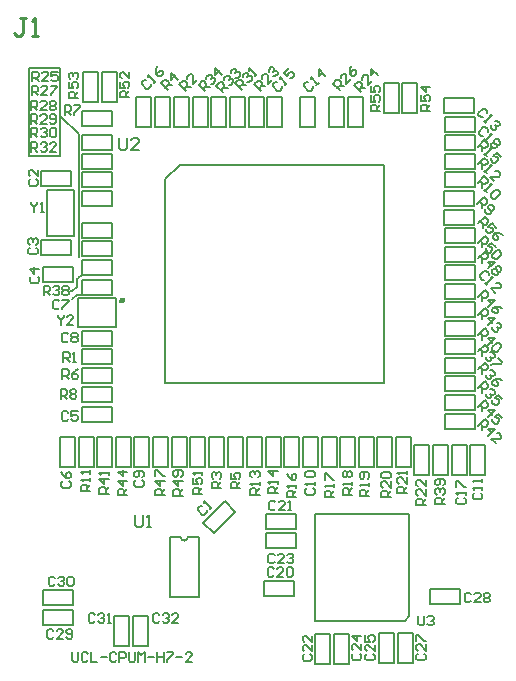
<source format=gto>
G04*
G04 #@! TF.GenerationSoftware,Altium Limited,Altium Designer,19.1.9 (167)*
G04*
G04 Layer_Color=65535*
%FSLAX44Y44*%
%MOMM*%
G71*
G01*
G75*
%ADD10C,0.5000*%
%ADD11C,0.2000*%
%ADD12C,0.2540*%
D10*
X88450Y319510D02*
G03*
X88450Y319510I-500J0D01*
G01*
D11*
X137677Y119350D02*
G03*
X144028Y119350I3175J0D01*
G01*
X331500Y52500D02*
Y138500D01*
X251500D02*
X331500D01*
X251500Y48500D02*
Y138500D01*
Y48500D02*
X327500D01*
X331500Y52500D01*
X210050Y110197D02*
Y122898D01*
Y110197D02*
X235450D01*
Y122898D01*
X210050D02*
X235450D01*
X36500Y475250D02*
X51500Y460250D01*
Y356000D02*
Y460250D01*
Y460000D02*
Y460250D01*
X9250Y441750D02*
Y442500D01*
Y441750D02*
X35750D01*
X9250Y442500D02*
Y516000D01*
X35750Y441750D02*
Y516000D01*
X9250D02*
X35750D01*
X51120Y296875D02*
X70062D01*
X63938D02*
X82870D01*
Y321375D01*
X51120D02*
X82870D01*
X51120Y296875D02*
Y321375D01*
X26800Y373700D02*
X47680D01*
Y413070D01*
X24820D02*
X47680D01*
X24820Y373700D02*
Y413070D01*
Y373700D02*
X26800D01*
X124850Y249350D02*
Y422050D01*
Y249350D02*
X309650D01*
Y434150D01*
X136950D02*
X309650D01*
X124850Y422050D02*
X136950Y434150D01*
X128702Y68550D02*
Y119350D01*
Y68550D02*
X153003D01*
Y119350D01*
X144028D02*
X153003D01*
X128702D02*
X137677D01*
X361050Y383805D02*
Y396505D01*
Y383805D02*
X386450D01*
Y396505D01*
X361050D02*
X386450D01*
X309900Y503200D02*
X322600D01*
X309900Y477800D02*
Y503200D01*
Y477800D02*
X322600D01*
Y503200D01*
X325602Y477800D02*
X338302D01*
Y503200D01*
X325602D02*
X338302D01*
X325602Y477800D02*
Y503200D01*
X55150Y513200D02*
X67850D01*
X55150Y487800D02*
Y513200D01*
Y487800D02*
X67850D01*
Y513200D01*
X70853Y487800D02*
X83553D01*
Y513200D01*
X70853D02*
X83553D01*
X70853Y487800D02*
Y513200D01*
X145853Y178550D02*
X158553D01*
Y203950D01*
X145853D02*
X158553D01*
X145853Y178550D02*
Y203950D01*
X361550Y368102D02*
Y380802D01*
Y368102D02*
X386950D01*
Y380802D01*
X361550D02*
X386950D01*
X130150Y178550D02*
X142850D01*
Y203950D01*
X130150D02*
X142850D01*
X130150Y178550D02*
Y203950D01*
X361550Y352400D02*
Y365100D01*
Y352400D02*
X386950D01*
Y365100D01*
X361550D02*
X386950D01*
X114447Y178550D02*
X127148D01*
Y203950D01*
X114447D02*
X127148D01*
X114447Y178550D02*
Y203950D01*
X361550Y320947D02*
Y333647D01*
Y320947D02*
X386950D01*
Y333647D01*
X361550D02*
X386950D01*
Y226732D02*
Y239432D01*
X361550D02*
X386950D01*
X361550Y226732D02*
Y239432D01*
Y226732D02*
X386950D01*
X83042Y178550D02*
X95742D01*
Y203950D01*
X83042D02*
X95742D01*
X83042Y178550D02*
Y203950D01*
X361550Y305245D02*
Y317945D01*
Y305245D02*
X386950D01*
Y317945D01*
X361550D02*
X386950D01*
Y211030D02*
Y223730D01*
X361550D02*
X386950D01*
X361550Y211030D02*
Y223730D01*
Y211030D02*
X386950D01*
X67340Y178550D02*
X80040D01*
Y203950D01*
X67340D02*
X80040D01*
X67340Y178550D02*
Y203950D01*
X361550Y289542D02*
Y302242D01*
Y289542D02*
X386950D01*
Y302242D01*
X361550D02*
X386950D01*
X351353Y172050D02*
X364053D01*
Y197450D01*
X351353D02*
X364053D01*
X351353Y172050D02*
Y197450D01*
X54050Y341102D02*
Y353802D01*
Y341102D02*
X79450D01*
Y353802D01*
X54050D02*
X79450D01*
X361550Y273840D02*
Y286540D01*
Y273840D02*
X386950D01*
Y286540D01*
X361550D02*
X386950D01*
X361550Y258137D02*
Y270837D01*
Y258137D02*
X386950D01*
Y270837D01*
X361550D02*
X386950D01*
X361550Y242435D02*
Y255135D01*
Y242435D02*
X386950D01*
Y255135D01*
X361550D02*
X386950D01*
X148150Y491950D02*
X160850D01*
X148150Y466550D02*
Y491950D01*
Y466550D02*
X160850D01*
Y491950D01*
X163853D02*
X176553D01*
X163853Y466550D02*
Y491950D01*
Y466550D02*
X176553D01*
Y491950D01*
X54050Y356805D02*
Y369505D01*
Y356805D02*
X79450D01*
Y369505D01*
X54050D02*
X79450D01*
X179650Y491950D02*
X192350D01*
X179650Y466550D02*
Y491950D01*
Y466550D02*
X192350D01*
Y491950D01*
X54050Y372508D02*
Y385208D01*
Y372508D02*
X79450D01*
Y385208D01*
X54050D02*
X79450D01*
X54050Y399150D02*
Y411850D01*
Y399150D02*
X79450D01*
Y411850D01*
X54050D02*
X79450D01*
X54050Y415400D02*
Y428100D01*
Y415400D02*
X79450D01*
Y428100D01*
X54050D02*
X79450D01*
X54050Y431150D02*
Y443850D01*
Y431150D02*
X79450D01*
Y443850D01*
X54050D02*
X79450D01*
X263400Y466550D02*
X276100D01*
Y491950D01*
X263400D02*
X276100D01*
X263400Y466550D02*
Y491950D01*
X54050Y447150D02*
Y459850D01*
Y447150D02*
X79450D01*
Y459850D01*
X54050D02*
X79450D01*
X279102Y466550D02*
X291803D01*
Y491950D01*
X279102D02*
X291803D01*
X279102Y466550D02*
Y491950D01*
X195352Y466550D02*
X208053D01*
Y491950D01*
X195352D02*
X208053D01*
X195352Y466550D02*
Y491950D01*
X335650Y172050D02*
X348350D01*
Y197450D01*
X335650D02*
X348350D01*
X335650Y172050D02*
Y197450D01*
X319947Y178550D02*
X332648D01*
Y203950D01*
X319947D02*
X332648D01*
X319947Y178550D02*
Y203950D01*
X304245Y178550D02*
X316945D01*
Y203950D01*
X304245D02*
X316945D01*
X304245Y178550D02*
Y203950D01*
X288542Y178550D02*
X301242D01*
Y203950D01*
X288542D02*
X301242D01*
X288542Y178550D02*
Y203950D01*
X272840Y178550D02*
X285540D01*
Y203950D01*
X272840D02*
X285540D01*
X272840Y178550D02*
Y203950D01*
X257137Y178550D02*
X269837D01*
Y203950D01*
X257137D02*
X269837D01*
X257137Y178550D02*
Y203950D01*
X225732Y178550D02*
X238432D01*
Y203950D01*
X225732D02*
X238432D01*
X225732Y178550D02*
Y203950D01*
X361300Y446615D02*
Y459315D01*
Y446615D02*
X386700D01*
Y459315D01*
X361300D02*
X386700D01*
X210030Y178550D02*
X222730D01*
Y203950D01*
X210030D02*
X222730D01*
X210030Y178550D02*
Y203950D01*
X194327Y178550D02*
X207027D01*
Y203950D01*
X194327D02*
X207027D01*
X194327Y178550D02*
Y203950D01*
X361300Y430913D02*
Y443613D01*
Y430913D02*
X386700D01*
Y443613D01*
X361300D02*
X386700D01*
X51637Y178550D02*
X64337D01*
Y203950D01*
X51637D02*
X64337D01*
X51637Y178550D02*
Y203950D01*
X361300Y415210D02*
Y427910D01*
Y415210D02*
X386700D01*
Y427910D01*
X361300D02*
X386700D01*
X361050Y399508D02*
Y412208D01*
Y399508D02*
X386450D01*
Y412208D01*
X361050D02*
X386450D01*
X79450Y233697D02*
Y246397D01*
X54050D02*
X79450D01*
X54050Y233697D02*
Y246397D01*
Y233697D02*
X79450D01*
X54050Y467103D02*
Y479803D01*
Y467103D02*
X79450D01*
Y479803D01*
X54050D02*
X79450D01*
Y249650D02*
Y262350D01*
X54050D02*
X79450D01*
X54050Y249650D02*
Y262350D01*
Y249650D02*
X79450D01*
X177900Y203700D02*
X190600D01*
X177900Y178300D02*
Y203700D01*
Y178300D02*
X190600D01*
Y203700D01*
X115948Y491950D02*
X128647D01*
X115948Y466550D02*
Y491950D01*
Y466550D02*
X128647D01*
Y491950D01*
X161555Y203700D02*
X174255D01*
X161555Y178300D02*
Y203700D01*
Y178300D02*
X174255D01*
Y203700D01*
X132448Y491950D02*
X145147D01*
X132448Y466550D02*
Y491950D01*
Y466550D02*
X145147D01*
Y491950D01*
X79450Y265448D02*
Y278148D01*
X54050D02*
X79450D01*
X54050Y265448D02*
Y278148D01*
Y265448D02*
X79450D01*
X110100Y27300D02*
Y52700D01*
X97400Y27300D02*
X110100D01*
X97400D02*
Y52700D01*
X110100D01*
X94397Y27300D02*
Y52700D01*
X81698Y27300D02*
X94397D01*
X81698D02*
Y52700D01*
X94397D01*
X21550Y61400D02*
X46950D01*
X21550D02*
Y74100D01*
X46950D01*
Y61400D02*
Y74100D01*
X21550Y45150D02*
X46950D01*
X21550D02*
Y57850D01*
X46950D01*
Y45150D02*
Y57850D01*
X349050Y62650D02*
X374450D01*
X349050D02*
Y75350D01*
X374450D01*
Y62650D02*
Y75350D01*
X321603Y12800D02*
Y38200D01*
X334302D01*
Y12800D02*
Y38200D01*
X321603Y12800D02*
X334302D01*
X305900D02*
Y38200D01*
X318600D01*
Y12800D02*
Y38200D01*
X305900Y12800D02*
X318600D01*
X267650Y12050D02*
Y37450D01*
X280350D01*
Y12050D02*
Y37450D01*
X267650Y12050D02*
X280350D01*
X251900D02*
Y37450D01*
X264600D01*
Y12050D02*
Y37450D01*
X251900Y12050D02*
X264600D01*
X210050Y138600D02*
X235450D01*
Y125900D02*
Y138600D01*
X210050Y125900D02*
X235450D01*
X210050D02*
Y138600D01*
X208800Y81600D02*
X234200D01*
Y68900D02*
Y81600D01*
X208800Y68900D02*
X234200D01*
X208800D02*
Y81600D01*
X361300Y462400D02*
X386700D01*
X361300D02*
Y475100D01*
X386700D01*
Y462400D02*
Y475100D01*
X367400Y172050D02*
Y197450D01*
X380100D01*
Y172050D02*
Y197450D01*
X367400Y172050D02*
X380100D01*
X112945Y466550D02*
Y491950D01*
X100245Y466550D02*
X112945D01*
X100245D02*
Y491950D01*
X112945D01*
X223755Y466550D02*
Y491950D01*
X211055Y466550D02*
X223755D01*
X211055D02*
Y491950D01*
X223755D01*
X251850Y466550D02*
Y491950D01*
X239150Y466550D02*
X251850D01*
X239150D02*
Y491950D01*
X251850D01*
X361050Y478150D02*
X386450D01*
X361050D02*
Y490850D01*
X386450D01*
Y478150D02*
Y490850D01*
X361550Y336650D02*
X386950D01*
X361550D02*
Y349350D01*
X386950D01*
Y336650D02*
Y349350D01*
X383102Y172050D02*
Y197450D01*
X395802D01*
Y172050D02*
Y197450D01*
X383102Y172050D02*
X395802D01*
X241435Y178550D02*
Y203950D01*
X254135D01*
Y178550D02*
Y203950D01*
X241435Y178550D02*
X254135D01*
X98745Y178550D02*
Y203950D01*
X111445D01*
Y178550D02*
Y203950D01*
X98745Y178550D02*
X111445D01*
X54050Y293850D02*
X79450D01*
Y281150D02*
Y293850D01*
X54050Y281150D02*
X79450D01*
X54050D02*
Y293850D01*
Y337212D02*
X79450D01*
Y324512D02*
Y337212D01*
X54050Y324512D02*
X79450D01*
X54050D02*
Y337212D01*
X35935Y178550D02*
Y203950D01*
X48635D01*
Y178550D02*
Y203950D01*
X35935Y178550D02*
X48635D01*
X54050Y229100D02*
X79450D01*
Y216400D02*
Y229100D01*
X54050Y216400D02*
X79450D01*
X54050D02*
Y229100D01*
X21550Y348100D02*
X46950D01*
Y335400D02*
Y348100D01*
X21550Y335400D02*
X46950D01*
X21550D02*
Y348100D01*
X19800Y370698D02*
X45200D01*
Y357998D02*
Y370698D01*
X19800Y357998D02*
X45200D01*
X19800D02*
Y370698D01*
X19550Y429100D02*
X44950D01*
Y416400D02*
Y429100D01*
X19550Y416400D02*
X44950D01*
X19550D02*
Y429100D01*
X157083Y131333D02*
X175043Y149293D01*
X184024Y140313D01*
X166063Y122353D02*
X184024Y140313D01*
X157083Y131333D02*
X166063Y122353D01*
X44500Y327250D02*
X46250D01*
X50250Y331250D01*
Y337303D01*
X51198Y338250D01*
X54050Y341102D01*
X46000Y320750D02*
X49763Y324512D01*
X54050D01*
X46000Y21747D02*
Y15083D01*
X47333Y13750D01*
X49999D01*
X51332Y15083D01*
Y21747D01*
X59329Y20415D02*
X57996Y21747D01*
X55330D01*
X53997Y20415D01*
Y15083D01*
X55330Y13750D01*
X57996D01*
X59329Y15083D01*
X61995Y21747D02*
Y13750D01*
X67326D01*
X69992Y17749D02*
X75324D01*
X83321Y20415D02*
X81988Y21747D01*
X79323D01*
X77990Y20415D01*
Y15083D01*
X79323Y13750D01*
X81988D01*
X83321Y15083D01*
X85987Y13750D02*
Y21747D01*
X89986D01*
X91319Y20415D01*
Y17749D01*
X89986Y16416D01*
X85987D01*
X93984Y21747D02*
Y15083D01*
X95317Y13750D01*
X97983D01*
X99316Y15083D01*
Y21747D01*
X101982Y13750D02*
Y21747D01*
X104648Y19082D01*
X107314Y21747D01*
Y13750D01*
X109979Y17749D02*
X115311D01*
X117977Y21747D02*
Y13750D01*
Y17749D01*
X123308D01*
Y21747D01*
Y13750D01*
X125974Y21747D02*
X131306D01*
Y20415D01*
X125974Y15083D01*
Y13750D01*
X133972Y17749D02*
X139303D01*
X147301Y13750D02*
X141969D01*
X147301Y19082D01*
Y20415D01*
X145968Y21747D01*
X143302D01*
X141969Y20415D01*
X217332Y103712D02*
X215999Y105045D01*
X213333D01*
X212000Y103712D01*
Y98380D01*
X213333Y97048D01*
X215999D01*
X217332Y98380D01*
X225329Y97048D02*
X219997D01*
X225329Y102379D01*
Y103712D01*
X223996Y105045D01*
X221330D01*
X219997Y103712D01*
X227995D02*
X229328Y105045D01*
X231994D01*
X233326Y103712D01*
Y102379D01*
X231994Y101046D01*
X230661D01*
X231994D01*
X233326Y99713D01*
Y98380D01*
X231994Y97048D01*
X229328D01*
X227995Y98380D01*
X338750Y52497D02*
Y45833D01*
X340083Y44500D01*
X342749D01*
X344082Y45833D01*
Y52497D01*
X346747Y51164D02*
X348080Y52497D01*
X350746D01*
X352079Y51164D01*
Y49832D01*
X350746Y48499D01*
X349413D01*
X350746D01*
X352079Y47166D01*
Y45833D01*
X350746Y44500D01*
X348080D01*
X346747Y45833D01*
X119832Y53165D02*
X118499Y54497D01*
X115833D01*
X114500Y53165D01*
Y47833D01*
X115833Y46500D01*
X118499D01*
X119832Y47833D01*
X122497Y53165D02*
X123830Y54497D01*
X126496D01*
X127829Y53165D01*
Y51832D01*
X126496Y50499D01*
X125163D01*
X126496D01*
X127829Y49166D01*
Y47833D01*
X126496Y46500D01*
X123830D01*
X122497Y47833D01*
X135826Y46500D02*
X130495D01*
X135826Y51832D01*
Y53165D01*
X134494Y54497D01*
X131828D01*
X130495Y53165D01*
X65332Y53415D02*
X63999Y54747D01*
X61333D01*
X60000Y53415D01*
Y48083D01*
X61333Y46750D01*
X63999D01*
X65332Y48083D01*
X67997Y53415D02*
X69330Y54747D01*
X71996D01*
X73329Y53415D01*
Y52082D01*
X71996Y50749D01*
X70663D01*
X71996D01*
X73329Y49416D01*
Y48083D01*
X71996Y46750D01*
X69330D01*
X67997Y48083D01*
X75995Y46750D02*
X78661D01*
X77328D01*
Y54747D01*
X75995Y53415D01*
X33750Y306997D02*
Y305665D01*
X36416Y302999D01*
X39082Y305665D01*
Y306997D01*
X36416Y302999D02*
Y299000D01*
X47079D02*
X41747D01*
X47079Y304332D01*
Y305665D01*
X45746Y306997D01*
X43080D01*
X41747Y305665D01*
X11250Y402747D02*
Y401414D01*
X13916Y398749D01*
X16582Y401414D01*
Y402747D01*
X13916Y398749D02*
Y394750D01*
X19247D02*
X21913D01*
X20580D01*
Y402747D01*
X19247Y401414D01*
X156250Y155750D02*
X148253D01*
Y159749D01*
X149586Y161082D01*
X152251D01*
X153584Y159749D01*
Y155750D01*
Y158416D02*
X156250Y161082D01*
X148253Y169079D02*
Y163748D01*
X152251D01*
X150918Y166413D01*
Y167746D01*
X152251Y169079D01*
X154917D01*
X156250Y167746D01*
Y165080D01*
X154917Y163748D01*
X156250Y171745D02*
Y174411D01*
Y173078D01*
X148253D01*
X149586Y171745D01*
X389500Y368500D02*
X395155Y374155D01*
X397982Y371328D01*
Y369442D01*
X396097Y367557D01*
X394212Y367557D01*
X391385Y370385D01*
X393270Y368500D02*
Y364730D01*
X404580D02*
X400810Y368500D01*
X397982Y365672D01*
X400810Y364730D01*
X401753Y363787D01*
Y361903D01*
X399868Y360018D01*
X397982Y360018D01*
X396097Y361903D01*
Y363787D01*
X405523Y361903D02*
X407408Y361903D01*
X409293Y360018D01*
Y358133D01*
X405523Y354362D01*
X403638Y354362D01*
X401753Y356247D01*
Y358133D01*
X405523Y361903D01*
X139548Y154250D02*
X131550D01*
Y158249D01*
X132883Y159582D01*
X135549D01*
X136882Y158249D01*
Y154250D01*
Y156916D02*
X139548Y159582D01*
Y166246D02*
X131550D01*
X135549Y162248D01*
Y167579D01*
X138215Y170245D02*
X139548Y171578D01*
Y174244D01*
X138215Y175576D01*
X132883D01*
X131550Y174244D01*
Y171578D01*
X132883Y170245D01*
X134216D01*
X135549Y171578D01*
Y175576D01*
X389500Y355250D02*
X395155Y360905D01*
X397982Y358078D01*
Y356193D01*
X396097Y354308D01*
X394212Y354308D01*
X391385Y357135D01*
X393270Y355250D02*
Y351480D01*
X397982Y346768D02*
X403638Y352422D01*
X397982Y352422D01*
X401753Y348652D01*
X405523D02*
X407408Y348652D01*
X409293Y346768D01*
Y344883D01*
X408350Y343940D01*
X406465D01*
X406465Y342055D01*
X405523Y341112D01*
X403638Y341112D01*
X401753Y342997D01*
Y344883D01*
X402695Y345825D01*
X404580D01*
X404580Y347710D01*
X405523Y348652D01*
X404580Y345825D02*
X406465Y343940D01*
X124298Y154500D02*
X116300D01*
Y158499D01*
X117633Y159832D01*
X120299D01*
X121632Y158499D01*
Y154500D01*
Y157166D02*
X124298Y159832D01*
Y166496D02*
X116300D01*
X120299Y162498D01*
Y167829D01*
X116300Y170495D02*
Y175826D01*
X117633D01*
X122965Y170495D01*
X124298D01*
X389500Y322750D02*
X395155Y328405D01*
X397982Y325578D01*
Y323693D01*
X396097Y321808D01*
X394212Y321808D01*
X391385Y324635D01*
X393270Y322750D02*
Y318980D01*
X397982Y314267D02*
X403638Y319923D01*
X397982Y319923D01*
X401753Y316152D01*
X410235Y313325D02*
X407408Y314268D01*
X403638D01*
X401753Y312383D01*
Y310497D01*
X403638Y308612D01*
X405523Y308612D01*
X406465Y309555D01*
X406465Y311440D01*
X403638Y314268D01*
X389500Y229332D02*
X395155Y234987D01*
X397982Y232160D01*
Y230275D01*
X396097Y228390D01*
X394212Y228390D01*
X391385Y231217D01*
X393270Y229332D02*
Y225562D01*
X397982Y220850D02*
X403638Y226505D01*
X397982Y226505D01*
X401753Y222735D01*
X410235Y219907D02*
X406465Y223677D01*
X403638Y220850D01*
X406465Y219907D01*
X407408Y218965D01*
Y217080D01*
X405523Y215195D01*
X403638Y215195D01*
X401753Y217080D01*
Y218965D01*
X92642Y154500D02*
X84645D01*
Y158499D01*
X85978Y159832D01*
X88644D01*
X89977Y158499D01*
Y154500D01*
Y157166D02*
X92642Y159832D01*
Y166496D02*
X84645D01*
X88644Y162498D01*
Y167829D01*
X92642Y174494D02*
X84645D01*
X88644Y170495D01*
Y175826D01*
X389500Y307345D02*
X395155Y313000D01*
X397982Y310173D01*
Y308288D01*
X396097Y306402D01*
X394212Y306402D01*
X391385Y309230D01*
X393270Y307345D02*
Y303575D01*
X397982Y298862D02*
X403638Y304517D01*
X397982Y304517D01*
X401753Y300747D01*
X405523D02*
X407408Y300747D01*
X409293Y298862D01*
Y296977D01*
X408350Y296035D01*
X406465D01*
X405523Y296977D01*
X406465Y296035D01*
X406465Y294150D01*
X405523Y293207D01*
X403638Y293207D01*
X401753Y295092D01*
Y296977D01*
X389500Y213630D02*
X395155Y219285D01*
X397982Y216457D01*
Y214572D01*
X396097Y212687D01*
X394212Y212687D01*
X391385Y215515D01*
X393270Y213630D02*
Y209860D01*
X397982Y205147D02*
X403638Y210802D01*
X397982Y210802D01*
X401753Y207032D01*
X404580Y198550D02*
X400810Y202320D01*
X408350D01*
X409293Y203262D01*
Y205147D01*
X407408Y207032D01*
X405523Y207032D01*
X76940Y156000D02*
X68942D01*
Y159999D01*
X70275Y161332D01*
X72941D01*
X74274Y159999D01*
Y156000D01*
Y158666D02*
X76940Y161332D01*
Y167996D02*
X68942D01*
X72941Y163997D01*
Y169329D01*
X76940Y171995D02*
Y174661D01*
Y173328D01*
X68942D01*
X70275Y171995D01*
X389500Y290142D02*
X395155Y295798D01*
X397982Y292970D01*
Y291085D01*
X396097Y289200D01*
X394212Y289200D01*
X391385Y292027D01*
X393270Y290142D02*
Y286372D01*
X397982Y281660D02*
X403638Y287315D01*
X397982Y287315D01*
X401753Y283545D01*
X405523D02*
X407408Y283545D01*
X409293Y281660D01*
Y279775D01*
X405523Y276005D01*
X403638Y276005D01*
X401753Y277890D01*
Y279775D01*
X405523Y283545D01*
X361453Y147000D02*
X353455D01*
Y150999D01*
X354788Y152332D01*
X357454D01*
X358787Y150999D01*
Y147000D01*
Y149666D02*
X361453Y152332D01*
X354788Y154997D02*
X353455Y156330D01*
Y158996D01*
X354788Y160329D01*
X356121D01*
X357454Y158996D01*
Y157663D01*
Y158996D01*
X358787Y160329D01*
X360120D01*
X361453Y158996D01*
Y156330D01*
X360120Y154997D01*
Y162995D02*
X361453Y164328D01*
Y166994D01*
X360120Y168326D01*
X354788D01*
X353455Y166994D01*
Y164328D01*
X354788Y162995D01*
X356121D01*
X357454Y164328D01*
Y168326D01*
X21750Y324000D02*
Y331997D01*
X25749D01*
X27082Y330664D01*
Y327999D01*
X25749Y326666D01*
X21750D01*
X24416D02*
X27082Y324000D01*
X29747Y330664D02*
X31080Y331997D01*
X33746D01*
X35079Y330664D01*
Y329332D01*
X33746Y327999D01*
X32413D01*
X33746D01*
X35079Y326666D01*
Y325333D01*
X33746Y324000D01*
X31080D01*
X29747Y325333D01*
X37745Y330664D02*
X39078Y331997D01*
X41743D01*
X43076Y330664D01*
Y329332D01*
X41743Y327999D01*
X43076Y326666D01*
Y325333D01*
X41743Y324000D01*
X39078D01*
X37745Y325333D01*
Y326666D01*
X39078Y327999D01*
X37745Y329332D01*
Y330664D01*
X39078Y327999D02*
X41743D01*
X389500Y276440D02*
X395155Y282095D01*
X397982Y279267D01*
Y277382D01*
X396097Y275497D01*
X394212Y275497D01*
X391385Y278325D01*
X393270Y276440D02*
Y272670D01*
X399868Y275497D02*
X401753Y275497D01*
X403638Y273612D01*
Y271727D01*
X402695Y270785D01*
X400810D01*
X399868Y271727D01*
X400810Y270785D01*
X400810Y268900D01*
X399868Y267957D01*
X397982Y267957D01*
X396097Y269842D01*
Y271727D01*
X406465Y270785D02*
X410235Y267015D01*
X409293Y266072D01*
X401753D01*
X400810Y265130D01*
X389500Y261237D02*
X395155Y266892D01*
X397982Y264065D01*
Y262180D01*
X396097Y260295D01*
X394212Y260295D01*
X391385Y263122D01*
X393270Y261237D02*
Y257467D01*
X399868Y260295D02*
X401753Y260295D01*
X403638Y258410D01*
Y256525D01*
X402695Y255582D01*
X400810D01*
X399868Y256525D01*
X400810Y255582D01*
X400810Y253697D01*
X399868Y252755D01*
X397982Y252755D01*
X396097Y254640D01*
Y256525D01*
X410235Y251812D02*
X407408Y252755D01*
X403638D01*
X401753Y250870D01*
Y248985D01*
X403638Y247100D01*
X405523Y247100D01*
X406465Y248042D01*
X406465Y249927D01*
X403638Y252755D01*
X389500Y245285D02*
X395155Y250940D01*
X397982Y248112D01*
Y246227D01*
X396097Y244342D01*
X394212Y244342D01*
X391385Y247170D01*
X393270Y245285D02*
Y241515D01*
X399868Y244342D02*
X401753Y244342D01*
X403638Y242457D01*
Y240572D01*
X402695Y239630D01*
X400810D01*
X399868Y240572D01*
X400810Y239630D01*
X400810Y237745D01*
X399868Y236802D01*
X397982Y236802D01*
X396097Y238687D01*
Y240572D01*
X410235Y235860D02*
X406465Y239630D01*
X403638Y236802D01*
X406465Y235860D01*
X407408Y234917D01*
Y233032D01*
X405523Y231147D01*
X403638Y231147D01*
X401753Y233032D01*
Y234917D01*
X158750Y496500D02*
X153095Y502155D01*
X155922Y504983D01*
X157808D01*
X159692Y503098D01*
X159692Y501213D01*
X156865Y498385D01*
X158750Y500270D02*
X162520D01*
X159692Y506868D02*
X159692Y508753D01*
X161577Y510638D01*
X163463D01*
X164405Y509695D01*
Y507810D01*
X163463Y506868D01*
X164405Y507810D01*
X166290Y507810D01*
X167232Y506868D01*
X167233Y504983D01*
X165347Y503098D01*
X163463D01*
X172888Y510638D02*
X167233Y516293D01*
X167232Y510638D01*
X171003Y514408D01*
X173750Y495750D02*
X168095Y501405D01*
X170923Y504233D01*
X172808D01*
X174692Y502348D01*
X174692Y500463D01*
X171865Y497635D01*
X173750Y499520D02*
X177520D01*
X174692Y506118D02*
X174692Y508003D01*
X176577Y509888D01*
X178463D01*
X179405Y508945D01*
Y507060D01*
X178463Y506118D01*
X179405Y507060D01*
X181290Y507060D01*
X182232Y506118D01*
X182233Y504233D01*
X180347Y502348D01*
X178463D01*
X180347Y511773D02*
X180347Y513658D01*
X182233Y515543D01*
X184118D01*
X185060Y514600D01*
Y512715D01*
X184118Y511773D01*
X185060Y512715D01*
X186945Y512715D01*
X187888Y511773D01*
X187888Y509888D01*
X186003Y508003D01*
X184118D01*
X11250Y445500D02*
Y453497D01*
X15249D01*
X16582Y452164D01*
Y449499D01*
X15249Y448166D01*
X11250D01*
X13916D02*
X16582Y445500D01*
X19247Y452164D02*
X20580Y453497D01*
X23246D01*
X24579Y452164D01*
Y450832D01*
X23246Y449499D01*
X21913D01*
X23246D01*
X24579Y448166D01*
Y446833D01*
X23246Y445500D01*
X20580D01*
X19247Y446833D01*
X32576Y445500D02*
X27245D01*
X32576Y450832D01*
Y452164D01*
X31244Y453497D01*
X28578D01*
X27245Y452164D01*
X189500Y498000D02*
X183845Y503655D01*
X186672Y506483D01*
X188557D01*
X190443Y504598D01*
X190443Y502713D01*
X187615Y499885D01*
X189500Y501770D02*
X193270D01*
X190443Y508368D02*
X190443Y510253D01*
X192327Y512138D01*
X194212D01*
X195155Y511195D01*
Y509310D01*
X194212Y508368D01*
X195155Y509310D01*
X197040Y509310D01*
X197983Y508368D01*
X197983Y506483D01*
X196098Y504598D01*
X194212D01*
X200810Y509310D02*
X202695Y511195D01*
X201753Y510253D01*
X196098Y515908D01*
X196098Y514023D01*
X11250Y457750D02*
Y465747D01*
X15249D01*
X16582Y464414D01*
Y461749D01*
X15249Y460416D01*
X11250D01*
X13916D02*
X16582Y457750D01*
X19247Y464414D02*
X20580Y465747D01*
X23246D01*
X24579Y464414D01*
Y463082D01*
X23246Y461749D01*
X21913D01*
X23246D01*
X24579Y460416D01*
Y459083D01*
X23246Y457750D01*
X20580D01*
X19247Y459083D01*
X27245Y464414D02*
X28578Y465747D01*
X31244D01*
X32576Y464414D01*
Y459083D01*
X31244Y457750D01*
X28578D01*
X27245Y459083D01*
Y464414D01*
X11000Y469000D02*
Y476997D01*
X14999D01*
X16332Y475664D01*
Y472999D01*
X14999Y471666D01*
X11000D01*
X13666D02*
X16332Y469000D01*
X24329D02*
X18997D01*
X24329Y474332D01*
Y475664D01*
X22996Y476997D01*
X20330D01*
X18997Y475664D01*
X26995Y470333D02*
X28328Y469000D01*
X30993D01*
X32326Y470333D01*
Y475664D01*
X30993Y476997D01*
X28328D01*
X26995Y475664D01*
Y474332D01*
X28328Y472999D01*
X32326D01*
X11000Y480500D02*
Y488497D01*
X14999D01*
X16332Y487164D01*
Y484499D01*
X14999Y483166D01*
X11000D01*
X13666D02*
X16332Y480500D01*
X24329D02*
X18997D01*
X24329Y485832D01*
Y487164D01*
X22996Y488497D01*
X20330D01*
X18997Y487164D01*
X26995D02*
X28328Y488497D01*
X30993D01*
X32326Y487164D01*
Y485832D01*
X30993Y484499D01*
X32326Y483166D01*
Y481833D01*
X30993Y480500D01*
X28328D01*
X26995Y481833D01*
Y483166D01*
X28328Y484499D01*
X26995Y485832D01*
Y487164D01*
X28328Y484499D02*
X30993D01*
X11750Y493250D02*
Y501247D01*
X15749D01*
X17082Y499915D01*
Y497249D01*
X15749Y495916D01*
X11750D01*
X14416D02*
X17082Y493250D01*
X25079D02*
X19747D01*
X25079Y498582D01*
Y499915D01*
X23746Y501247D01*
X21080D01*
X19747Y499915D01*
X27745Y501247D02*
X33076D01*
Y499915D01*
X27745Y494583D01*
Y493250D01*
X272500Y497500D02*
X266845Y503155D01*
X269673Y505983D01*
X271558D01*
X273442Y504098D01*
X273442Y502213D01*
X270615Y499385D01*
X272500Y501270D02*
X276270D01*
X281925Y506925D02*
X278155Y503155D01*
Y510695D01*
X277213Y511638D01*
X275327D01*
X273442Y509753D01*
X273442Y507868D01*
X281925Y518235D02*
X280982Y515408D01*
Y511638D01*
X282868Y509753D01*
X284753D01*
X286638Y511638D01*
X286638Y513523D01*
X285695Y514465D01*
X283810Y514465D01*
X280982Y511638D01*
X12250Y505250D02*
Y513247D01*
X16249D01*
X17582Y511914D01*
Y509249D01*
X16249Y507916D01*
X12250D01*
X14916D02*
X17582Y505250D01*
X25579D02*
X20247D01*
X25579Y510582D01*
Y511914D01*
X24246Y513247D01*
X21580D01*
X20247Y511914D01*
X33576Y513247D02*
X28245D01*
Y509249D01*
X30911Y510582D01*
X32243D01*
X33576Y509249D01*
Y506583D01*
X32243Y505250D01*
X29578D01*
X28245Y506583D01*
X290500Y496000D02*
X284845Y501655D01*
X287673Y504483D01*
X289557D01*
X291443Y502598D01*
X291443Y500713D01*
X288615Y497885D01*
X290500Y499770D02*
X294270D01*
X299925Y505425D02*
X296155Y501655D01*
Y509195D01*
X295212Y510138D01*
X293328D01*
X291443Y508253D01*
X291443Y506368D01*
X304638Y510138D02*
X298983Y515793D01*
X298983Y510138D01*
X302753Y513908D01*
X205750Y497000D02*
X200095Y502655D01*
X202922Y505483D01*
X204807D01*
X206693Y503598D01*
X206693Y501713D01*
X203865Y498885D01*
X205750Y500770D02*
X209520D01*
X215175Y506425D02*
X211405Y502655D01*
Y510195D01*
X210462Y511138D01*
X208577D01*
X206693Y509253D01*
X206693Y507368D01*
X212348Y513023D02*
X212348Y514908D01*
X214233Y516793D01*
X216118D01*
X217060Y515850D01*
Y513965D01*
X216118Y513023D01*
X217060Y513965D01*
X218945Y513965D01*
X219888Y513023D01*
X219888Y511138D01*
X218003Y509253D01*
X216118D01*
X345500Y146250D02*
X337503D01*
Y150249D01*
X338835Y151582D01*
X341501D01*
X342834Y150249D01*
Y146250D01*
Y148916D02*
X345500Y151582D01*
Y159579D02*
Y154247D01*
X340168Y159579D01*
X338835D01*
X337503Y158246D01*
Y155580D01*
X338835Y154247D01*
X345500Y167576D02*
Y162245D01*
X340168Y167576D01*
X338835D01*
X337503Y166243D01*
Y163578D01*
X338835Y162245D01*
X329297Y156500D02*
X321300D01*
Y160499D01*
X322633Y161832D01*
X325299D01*
X326632Y160499D01*
Y156500D01*
Y159166D02*
X329297Y161832D01*
Y169829D02*
Y164498D01*
X323966Y169829D01*
X322633D01*
X321300Y168496D01*
Y165830D01*
X322633Y164498D01*
X329297Y172495D02*
Y175161D01*
Y173828D01*
X321300D01*
X322633Y172495D01*
X315845Y153000D02*
X307847D01*
Y156999D01*
X309180Y158332D01*
X311846D01*
X313179Y156999D01*
Y153000D01*
Y155666D02*
X315845Y158332D01*
Y166329D02*
Y160997D01*
X310513Y166329D01*
X309180D01*
X307847Y164996D01*
Y162330D01*
X309180Y160997D01*
Y168995D02*
X307847Y170328D01*
Y172994D01*
X309180Y174326D01*
X314512D01*
X315845Y172994D01*
Y170328D01*
X314512Y168995D01*
X309180D01*
X297392Y154000D02*
X289395D01*
Y157999D01*
X290728Y159332D01*
X293394D01*
X294727Y157999D01*
Y154000D01*
Y156666D02*
X297392Y159332D01*
Y161998D02*
Y164663D01*
Y163330D01*
X289395D01*
X290728Y161998D01*
X296059Y168662D02*
X297392Y169995D01*
Y172661D01*
X296059Y173994D01*
X290728D01*
X289395Y172661D01*
Y169995D01*
X290728Y168662D01*
X292061D01*
X293394Y169995D01*
Y173994D01*
X282940Y155000D02*
X274942D01*
Y158999D01*
X276275Y160332D01*
X278941D01*
X280274Y158999D01*
Y155000D01*
Y157666D02*
X282940Y160332D01*
Y162997D02*
Y165663D01*
Y164330D01*
X274942D01*
X276275Y162997D01*
Y169662D02*
X274942Y170995D01*
Y173661D01*
X276275Y174994D01*
X277608D01*
X278941Y173661D01*
X280274Y174994D01*
X281607D01*
X282940Y173661D01*
Y170995D01*
X281607Y169662D01*
X280274D01*
X278941Y170995D01*
X277608Y169662D01*
X276275D01*
X278941Y170995D02*
Y173661D01*
X267737Y153250D02*
X259740D01*
Y157249D01*
X261073Y158582D01*
X263739D01*
X265072Y157249D01*
Y153250D01*
Y155916D02*
X267737Y158582D01*
Y161247D02*
Y163913D01*
Y162580D01*
X259740D01*
X261073Y161247D01*
X259740Y167912D02*
Y173244D01*
X261073D01*
X266404Y167912D01*
X267737D01*
X235832Y153000D02*
X227835D01*
Y156999D01*
X229168Y158332D01*
X231834D01*
X233167Y156999D01*
Y153000D01*
Y155666D02*
X235832Y158332D01*
Y160998D02*
Y163663D01*
Y162330D01*
X227835D01*
X229168Y160998D01*
X227835Y172994D02*
X229168Y170328D01*
X231834Y167662D01*
X234499D01*
X235832Y168995D01*
Y171661D01*
X234499Y172994D01*
X233167D01*
X231834Y171661D01*
Y167662D01*
X389250Y449465D02*
X394905Y455120D01*
X397733Y452293D01*
Y450408D01*
X395848Y448523D01*
X393963Y448523D01*
X391135Y451350D01*
X393020Y449465D02*
Y445695D01*
X394905Y443810D02*
X396790Y441925D01*
X395848Y442868D01*
X401503Y448523D01*
X399618Y448523D01*
X409043Y440983D02*
X405273Y444753D01*
X402445Y441925D01*
X405273Y440983D01*
X406215Y440040D01*
Y438155D01*
X404330Y436270D01*
X402445Y436270D01*
X400560Y438155D01*
Y440040D01*
X220130Y156250D02*
X212132D01*
Y160249D01*
X213465Y161582D01*
X216131D01*
X217464Y160249D01*
Y156250D01*
Y158916D02*
X220130Y161582D01*
Y164247D02*
Y166913D01*
Y165580D01*
X212132D01*
X213465Y164247D01*
X220130Y174911D02*
X212132D01*
X216131Y170912D01*
Y176244D01*
X204677Y155000D02*
X196680D01*
Y158999D01*
X198013Y160332D01*
X200679D01*
X202011Y158999D01*
Y155000D01*
Y157666D02*
X204677Y160332D01*
Y162997D02*
Y165663D01*
Y164330D01*
X196680D01*
X198013Y162997D01*
Y169662D02*
X196680Y170995D01*
Y173661D01*
X198013Y174994D01*
X199346D01*
X200679Y173661D01*
Y172328D01*
Y173661D01*
X202011Y174994D01*
X203344D01*
X204677Y173661D01*
Y170995D01*
X203344Y169662D01*
X389250Y434763D02*
X394905Y440418D01*
X397733Y437590D01*
Y435705D01*
X395848Y433820D01*
X393963Y433820D01*
X391135Y436648D01*
X393020Y434763D02*
Y430993D01*
X394905Y429108D02*
X396790Y427223D01*
X395848Y428165D01*
X401503Y433820D01*
X399618Y433820D01*
X403388Y420625D02*
X399618Y424395D01*
X407158D01*
X408100Y425338D01*
Y427223D01*
X406215Y429108D01*
X404330Y429108D01*
X61487Y158250D02*
X53490D01*
Y162249D01*
X54823Y163582D01*
X57489D01*
X58822Y162249D01*
Y158250D01*
Y160916D02*
X61487Y163582D01*
Y166248D02*
Y168913D01*
Y167580D01*
X53490D01*
X54823Y166248D01*
X61487Y172912D02*
Y175578D01*
Y174245D01*
X53490D01*
X54823Y172912D01*
X389250Y418810D02*
X394905Y424465D01*
X397733Y421638D01*
Y419753D01*
X395848Y417868D01*
X393963Y417868D01*
X391135Y420695D01*
X393020Y418810D02*
Y415040D01*
X394905Y413155D02*
X396790Y411270D01*
X395848Y412213D01*
X401503Y417868D01*
X399618Y417868D01*
X404330Y413155D02*
X406215Y413155D01*
X408100Y411270D01*
Y409385D01*
X404330Y405615D01*
X402445Y405615D01*
X400560Y407500D01*
Y409385D01*
X404330Y413155D01*
X389000Y401358D02*
X394655Y407013D01*
X397483Y404185D01*
Y402300D01*
X395598Y400415D01*
X393713Y400415D01*
X390885Y403243D01*
X392770Y401358D02*
Y397588D01*
X395598Y396645D02*
Y394760D01*
X397483Y392875D01*
X399368Y392875D01*
X403138Y396645D01*
Y398530D01*
X401253Y400415D01*
X399368Y400415D01*
X398425Y399473D01*
X398425Y397588D01*
X401253Y394760D01*
X36250Y236250D02*
Y244247D01*
X40249D01*
X41582Y242915D01*
Y240249D01*
X40249Y238916D01*
X36250D01*
X38916D02*
X41582Y236250D01*
X44247Y242915D02*
X45580Y244247D01*
X48246D01*
X49579Y242915D01*
Y241582D01*
X48246Y240249D01*
X49579Y238916D01*
Y237583D01*
X48246Y236250D01*
X45580D01*
X44247Y237583D01*
Y238916D01*
X45580Y240249D01*
X44247Y241582D01*
Y242915D01*
X45580Y240249D02*
X48246D01*
X39500Y476750D02*
Y484747D01*
X43499D01*
X44832Y483414D01*
Y480749D01*
X43499Y479416D01*
X39500D01*
X42166D02*
X44832Y476750D01*
X47497Y484747D02*
X52829D01*
Y483414D01*
X47497Y478083D01*
Y476750D01*
X37750Y253250D02*
Y261247D01*
X41749D01*
X43082Y259914D01*
Y257249D01*
X41749Y255916D01*
X37750D01*
X40416D02*
X43082Y253250D01*
X51079Y261247D02*
X48413Y259914D01*
X45747Y257249D01*
Y254583D01*
X47080Y253250D01*
X49746D01*
X51079Y254583D01*
Y255916D01*
X49746Y257249D01*
X45747D01*
X188275Y160500D02*
X180278D01*
Y164499D01*
X181611Y165832D01*
X184277D01*
X185609Y164499D01*
Y160500D01*
Y163166D02*
X188275Y165832D01*
X180278Y173829D02*
Y168497D01*
X184277D01*
X182944Y171163D01*
Y172496D01*
X184277Y173829D01*
X186942D01*
X188275Y172496D01*
Y169830D01*
X186942Y168497D01*
X126750Y497750D02*
X121095Y503405D01*
X123923Y506233D01*
X125808D01*
X127692Y504348D01*
X127692Y502463D01*
X124865Y499635D01*
X126750Y501520D02*
X130520D01*
X135233Y506233D02*
X129578Y511888D01*
X129578Y506233D01*
X133348Y510003D01*
X172155Y160750D02*
X164158D01*
Y164749D01*
X165491Y166082D01*
X168156D01*
X169489Y164749D01*
Y160750D01*
Y163416D02*
X172155Y166082D01*
X165491Y168747D02*
X164158Y170080D01*
Y172746D01*
X165491Y174079D01*
X166824D01*
X168156Y172746D01*
Y171413D01*
Y172746D01*
X169489Y174079D01*
X170822D01*
X172155Y172746D01*
Y170080D01*
X170822Y168747D01*
X142500Y496750D02*
X136845Y502405D01*
X139672Y505233D01*
X141558D01*
X143442Y503348D01*
X143442Y501463D01*
X140615Y498635D01*
X142500Y500520D02*
X146270D01*
X151925Y506175D02*
X148155Y502405D01*
Y509945D01*
X147212Y510888D01*
X145328D01*
X143442Y509003D01*
X143442Y507118D01*
X38500Y267798D02*
Y275795D01*
X42499D01*
X43832Y274462D01*
Y271796D01*
X42499Y270463D01*
X38500D01*
X41166D02*
X43832Y267798D01*
X46497D02*
X49163D01*
X47830D01*
Y275795D01*
X46497Y274462D01*
X397733Y462443D02*
Y464328D01*
X395848Y466213D01*
X393963Y466213D01*
X390192Y462443D01*
Y460558D01*
X392077Y458672D01*
X393963Y458672D01*
X394905Y455845D02*
X396790Y453960D01*
X395848Y454902D01*
X401503Y460558D01*
X399618Y460558D01*
X404330Y455845D02*
X406215Y455845D01*
X408100Y453960D01*
Y452075D01*
X407158Y451132D01*
X405273D01*
Y449247D01*
X404330Y448305D01*
X402445Y448305D01*
X400560Y450190D01*
Y452075D01*
X401503Y453017D01*
X403388D01*
Y454902D01*
X404330Y455845D01*
X403388Y453017D02*
X405273Y451132D01*
X219713Y504733D02*
X217828D01*
X215943Y502848D01*
X215942Y500962D01*
X219713Y497192D01*
X221598D01*
X223483Y499077D01*
X223483Y500962D01*
X226310Y501905D02*
X228195Y503790D01*
X227253Y502848D01*
X221598Y508503D01*
X221598Y506618D01*
X229138Y516043D02*
X225368Y512273D01*
X228195Y509445D01*
X229138Y512273D01*
X230080Y513215D01*
X231965D01*
X233850Y511330D01*
X233850Y509445D01*
X231965Y507560D01*
X230080D01*
X397483Y478192D02*
Y480078D01*
X395598Y481963D01*
X393713Y481963D01*
X389943Y478192D01*
Y476307D01*
X391828Y474422D01*
X393713Y474422D01*
X394655Y471595D02*
X396540Y469710D01*
X395598Y470652D01*
X401253Y476307D01*
X399368Y476307D01*
X404080Y471595D02*
X405965Y471595D01*
X407850Y469710D01*
Y467825D01*
X406908Y466882D01*
X405023D01*
X404080Y467825D01*
X405023Y466882D01*
Y464997D01*
X404080Y464055D01*
X402195Y464055D01*
X400310Y465940D01*
Y467825D01*
X398483Y340942D02*
Y342827D01*
X396598Y344712D01*
X394712Y344712D01*
X390942Y340942D01*
Y339058D01*
X392827Y337173D01*
X394712Y337173D01*
X395655Y334345D02*
X397540Y332460D01*
X396598Y333402D01*
X402253Y339058D01*
X400368Y339058D01*
X404138Y325862D02*
X400368Y329632D01*
X407908D01*
X408850Y330575D01*
Y332460D01*
X406965Y334345D01*
X405080Y334345D01*
X386538Y156332D02*
X385205Y154999D01*
Y152333D01*
X386538Y151000D01*
X391870D01*
X393203Y152333D01*
Y154999D01*
X391870Y156332D01*
X393203Y158997D02*
Y161663D01*
Y160330D01*
X385205D01*
X386538Y158997D01*
X393203Y165662D02*
Y168328D01*
Y166995D01*
X385205D01*
X386538Y165662D01*
X244620Y160332D02*
X243287Y158999D01*
Y156333D01*
X244620Y155000D01*
X249952D01*
X251285Y156333D01*
Y158999D01*
X249952Y160332D01*
X251285Y162997D02*
Y165663D01*
Y164330D01*
X243287D01*
X244620Y162997D01*
Y169662D02*
X243287Y170995D01*
Y173661D01*
X244620Y174994D01*
X249952D01*
X251285Y173661D01*
Y170995D01*
X249952Y169662D01*
X244620D01*
X99930Y167082D02*
X98597Y165749D01*
Y163083D01*
X99930Y161750D01*
X105262D01*
X106595Y163083D01*
Y165749D01*
X105262Y167082D01*
Y169748D02*
X106595Y171080D01*
Y173746D01*
X105262Y175079D01*
X99930D01*
X98597Y173746D01*
Y171080D01*
X99930Y169748D01*
X101263D01*
X102596Y171080D01*
Y175079D01*
X42582Y290915D02*
X41249Y292247D01*
X38583D01*
X37250Y290915D01*
Y285583D01*
X38583Y284250D01*
X41249D01*
X42582Y285583D01*
X45247Y290915D02*
X46580Y292247D01*
X49246D01*
X50579Y290915D01*
Y289582D01*
X49246Y288249D01*
X50579Y286916D01*
Y285583D01*
X49246Y284250D01*
X46580D01*
X45247Y285583D01*
Y286916D01*
X46580Y288249D01*
X45247Y289582D01*
Y290915D01*
X46580Y288249D02*
X49246D01*
X35082Y318664D02*
X33749Y319997D01*
X31083D01*
X29750Y318664D01*
Y313333D01*
X31083Y312000D01*
X33749D01*
X35082Y313333D01*
X37747Y319997D02*
X43079D01*
Y318664D01*
X37747Y313333D01*
Y312000D01*
X38085Y166332D02*
X36753Y164999D01*
Y162333D01*
X38085Y161000D01*
X43417D01*
X44750Y162333D01*
Y164999D01*
X43417Y166332D01*
X36753Y174329D02*
X38085Y171663D01*
X40751Y168997D01*
X43417D01*
X44750Y170330D01*
Y172996D01*
X43417Y174329D01*
X42084D01*
X40751Y172996D01*
Y168997D01*
X42582Y224165D02*
X41249Y225497D01*
X38583D01*
X37250Y224165D01*
Y218833D01*
X38583Y217500D01*
X41249D01*
X42582Y218833D01*
X50579Y225497D02*
X45247D01*
Y221499D01*
X47913Y222832D01*
X49246D01*
X50579Y221499D01*
Y218833D01*
X49246Y217500D01*
X46580D01*
X45247Y218833D01*
X11336Y339582D02*
X10003Y338249D01*
Y335583D01*
X11336Y334250D01*
X16667D01*
X18000Y335583D01*
Y338249D01*
X16667Y339582D01*
X18000Y346246D02*
X10003D01*
X14001Y342247D01*
Y347579D01*
X10086Y364082D02*
X8753Y362749D01*
Y360083D01*
X10086Y358750D01*
X15417D01*
X16750Y360083D01*
Y362749D01*
X15417Y364082D01*
X10086Y366747D02*
X8753Y368080D01*
Y370746D01*
X10086Y372079D01*
X11418D01*
X12751Y370746D01*
Y369413D01*
Y370746D01*
X14084Y372079D01*
X15417D01*
X16750Y370746D01*
Y368080D01*
X15417Y366747D01*
X10336Y422082D02*
X9003Y420749D01*
Y418083D01*
X10336Y416750D01*
X15667D01*
X17000Y418083D01*
Y420749D01*
X15667Y422082D01*
X17000Y430079D02*
Y424747D01*
X11668Y430079D01*
X10336D01*
X9003Y428746D01*
Y426080D01*
X10336Y424747D01*
X85750Y457247D02*
Y448916D01*
X87416Y447250D01*
X90748D01*
X92415Y448916D01*
Y457247D01*
X102411Y447250D02*
X95747D01*
X102411Y453914D01*
Y455581D01*
X100745Y457247D01*
X97413D01*
X95747Y455581D01*
X99250Y137497D02*
Y129166D01*
X100916Y127500D01*
X104248D01*
X105914Y129166D01*
Y137497D01*
X109247Y127500D02*
X112579D01*
X110913D01*
Y137497D01*
X109247Y135831D01*
X389750Y384750D02*
X395405Y390405D01*
X398233Y387578D01*
Y385692D01*
X396348Y383807D01*
X394463Y383807D01*
X391635Y386635D01*
X393520Y384750D02*
Y380980D01*
X404830D02*
X401060Y384750D01*
X398233Y381922D01*
X401060Y380980D01*
X402003Y380037D01*
Y378153D01*
X400118Y376268D01*
X398233Y376267D01*
X396348Y378153D01*
Y380037D01*
X410485Y375325D02*
X407658Y376268D01*
X403888D01*
X402003Y374383D01*
Y372497D01*
X403888Y370612D01*
X405773Y370612D01*
X406715Y371555D01*
X406715Y373440D01*
X403888Y376268D01*
X306750Y479750D02*
X298753D01*
Y483749D01*
X300086Y485082D01*
X302751D01*
X304084Y483749D01*
Y479750D01*
Y482416D02*
X306750Y485082D01*
X298753Y493079D02*
Y487747D01*
X302751D01*
X301418Y490413D01*
Y491746D01*
X302751Y493079D01*
X305417D01*
X306750Y491746D01*
Y489080D01*
X305417Y487747D01*
X298753Y501076D02*
Y495745D01*
X302751D01*
X301418Y498411D01*
Y499744D01*
X302751Y501076D01*
X305417D01*
X306750Y499744D01*
Y497078D01*
X305417Y495745D01*
X349250Y480000D02*
X341253D01*
Y483999D01*
X342585Y485332D01*
X345251D01*
X346584Y483999D01*
Y480000D01*
Y482666D02*
X349250Y485332D01*
X341253Y493329D02*
Y487997D01*
X345251D01*
X343918Y490663D01*
Y491996D01*
X345251Y493329D01*
X347917D01*
X349250Y491996D01*
Y489330D01*
X347917Y487997D01*
X349250Y499994D02*
X341253D01*
X345251Y495995D01*
Y501326D01*
X51000Y491000D02*
X43003D01*
Y494999D01*
X44335Y496332D01*
X47001D01*
X48334Y494999D01*
Y491000D01*
Y493666D02*
X51000Y496332D01*
X43003Y504329D02*
Y498997D01*
X47001D01*
X45668Y501663D01*
Y502996D01*
X47001Y504329D01*
X49667D01*
X51000Y502996D01*
Y500330D01*
X49667Y498997D01*
X44335Y506995D02*
X43003Y508328D01*
Y510994D01*
X44335Y512327D01*
X45668D01*
X47001Y510994D01*
Y509661D01*
Y510994D01*
X48334Y512327D01*
X49667D01*
X51000Y510994D01*
Y508328D01*
X49667Y506995D01*
X94500Y491500D02*
X86503D01*
Y495499D01*
X87836Y496832D01*
X90501D01*
X91834Y495499D01*
Y491500D01*
Y494166D02*
X94500Y496832D01*
X86503Y504829D02*
Y499497D01*
X90501D01*
X89168Y502163D01*
Y503496D01*
X90501Y504829D01*
X93167D01*
X94500Y503496D01*
Y500830D01*
X93167Y499497D01*
X94500Y512826D02*
Y507495D01*
X89168Y512826D01*
X87836D01*
X86503Y511494D01*
Y508828D01*
X87836Y507495D01*
X31332Y84415D02*
X29999Y85747D01*
X27333D01*
X26000Y84415D01*
Y79083D01*
X27333Y77750D01*
X29999D01*
X31332Y79083D01*
X33997Y84415D02*
X35330Y85747D01*
X37996D01*
X39329Y84415D01*
Y83082D01*
X37996Y81749D01*
X36663D01*
X37996D01*
X39329Y80416D01*
Y79083D01*
X37996Y77750D01*
X35330D01*
X33997Y79083D01*
X41995Y84415D02*
X43328Y85747D01*
X45994D01*
X47326Y84415D01*
Y79083D01*
X45994Y77750D01*
X43328D01*
X41995Y79083D01*
Y84415D01*
X30082Y39915D02*
X28749Y41247D01*
X26083D01*
X24750Y39915D01*
Y34583D01*
X26083Y33250D01*
X28749D01*
X30082Y34583D01*
X38079Y33250D02*
X32747D01*
X38079Y38582D01*
Y39915D01*
X36746Y41247D01*
X34080D01*
X32747Y39915D01*
X40745Y34583D02*
X42078Y33250D01*
X44743D01*
X46076Y34583D01*
Y39915D01*
X44743Y41247D01*
X42078D01*
X40745Y39915D01*
Y38582D01*
X42078Y37249D01*
X46076D01*
X383712Y70585D02*
X382379Y71917D01*
X379713D01*
X378380Y70585D01*
Y65253D01*
X379713Y63920D01*
X382379D01*
X383712Y65253D01*
X391709Y63920D02*
X386377D01*
X391709Y69252D01*
Y70585D01*
X390376Y71917D01*
X387710D01*
X386377Y70585D01*
X394375D02*
X395708Y71917D01*
X398373D01*
X399706Y70585D01*
Y69252D01*
X398373Y67919D01*
X399706Y66586D01*
Y65253D01*
X398373Y63920D01*
X395708D01*
X394375Y65253D01*
Y66586D01*
X395708Y67919D01*
X394375Y69252D01*
Y70585D01*
X395708Y67919D02*
X398373D01*
X338835Y20332D02*
X337503Y18999D01*
Y16333D01*
X338835Y15000D01*
X344167D01*
X345500Y16333D01*
Y18999D01*
X344167Y20332D01*
X345500Y28329D02*
Y22997D01*
X340168Y28329D01*
X338835D01*
X337503Y26996D01*
Y24330D01*
X338835Y22997D01*
X337503Y30995D02*
Y36326D01*
X338835D01*
X344167Y30995D01*
X345500D01*
X295336Y20082D02*
X294003Y18749D01*
Y16083D01*
X295336Y14750D01*
X300667D01*
X302000Y16083D01*
Y18749D01*
X300667Y20082D01*
X302000Y28079D02*
Y22747D01*
X296668Y28079D01*
X295336D01*
X294003Y26746D01*
Y24080D01*
X295336Y22747D01*
X294003Y36077D02*
Y30745D01*
X298001D01*
X296668Y33411D01*
Y34744D01*
X298001Y36077D01*
X300667D01*
X302000Y34744D01*
Y32078D01*
X300667Y30745D01*
X284086Y20582D02*
X282753Y19249D01*
Y16583D01*
X284086Y15250D01*
X289417D01*
X290750Y16583D01*
Y19249D01*
X289417Y20582D01*
X290750Y28579D02*
Y23247D01*
X285418Y28579D01*
X284086D01*
X282753Y27246D01*
Y24580D01*
X284086Y23247D01*
X290750Y35243D02*
X282753D01*
X286751Y31245D01*
Y36576D01*
X242335Y19832D02*
X241003Y18499D01*
Y15833D01*
X242335Y14500D01*
X247667D01*
X249000Y15833D01*
Y18499D01*
X247667Y19832D01*
X249000Y27829D02*
Y22497D01*
X243668Y27829D01*
X242335D01*
X241003Y26496D01*
Y23830D01*
X242335Y22497D01*
X249000Y35826D02*
Y30495D01*
X243668Y35826D01*
X242335D01*
X241003Y34494D01*
Y31828D01*
X242335Y30495D01*
X218082Y148462D02*
X216749Y149795D01*
X214083D01*
X212750Y148462D01*
Y143130D01*
X214083Y141798D01*
X216749D01*
X218082Y143130D01*
X226079Y141798D02*
X220747D01*
X226079Y147129D01*
Y148462D01*
X224746Y149795D01*
X222080D01*
X220747Y148462D01*
X228745Y141798D02*
X231411D01*
X230078D01*
Y149795D01*
X228745Y148462D01*
X216832Y92164D02*
X215499Y93497D01*
X212833D01*
X211500Y92164D01*
Y86833D01*
X212833Y85500D01*
X215499D01*
X216832Y86833D01*
X224829Y85500D02*
X219497D01*
X224829Y90832D01*
Y92164D01*
X223496Y93497D01*
X220830D01*
X219497Y92164D01*
X227495D02*
X228828Y93497D01*
X231494D01*
X232826Y92164D01*
Y86833D01*
X231494Y85500D01*
X228828D01*
X227495Y86833D01*
Y92164D01*
X372336Y152332D02*
X371003Y150999D01*
Y148333D01*
X372336Y147000D01*
X377667D01*
X379000Y148333D01*
Y150999D01*
X377667Y152332D01*
X379000Y154997D02*
Y157663D01*
Y156330D01*
X371003D01*
X372336Y154997D01*
X371003Y161662D02*
Y166994D01*
X372336D01*
X377667Y161662D01*
X379000D01*
X108652Y506483D02*
X106768D01*
X104882Y504598D01*
X104882Y502713D01*
X108652Y498942D01*
X110538D01*
X112423Y500827D01*
X112423Y502713D01*
X115250Y503655D02*
X117135Y505540D01*
X116193Y504598D01*
X110538Y510253D01*
X110537Y508368D01*
X118077Y517793D02*
X117135Y514965D01*
Y511195D01*
X119020Y509310D01*
X120905D01*
X122790Y511195D01*
X122790Y513080D01*
X121847Y514023D01*
X119963D01*
X117135Y511195D01*
X246057Y504733D02*
X244172D01*
X242288Y502848D01*
X242288Y500962D01*
X246057Y497192D01*
X247943D01*
X249827Y499077D01*
X249827Y500962D01*
X252655Y501905D02*
X254540Y503790D01*
X253598Y502848D01*
X247943Y508503D01*
X247943Y506618D01*
X260195Y509445D02*
X254540Y515100D01*
X254540Y509445D01*
X258310Y513215D01*
X156058Y145733D02*
X154172D01*
X152288Y143848D01*
X152288Y141963D01*
X156058Y138193D01*
X157942D01*
X159827Y140077D01*
X159827Y141963D01*
X162655Y142905D02*
X164540Y144790D01*
X163598Y143848D01*
X157942Y149503D01*
X157942Y147618D01*
D12*
X6709Y558917D02*
X1630D01*
X4169D01*
Y546221D01*
X1630Y543682D01*
X-909D01*
X-3448Y546221D01*
X11787Y543682D02*
X16865D01*
X14326D01*
Y558917D01*
X11787Y556378D01*
M02*

</source>
